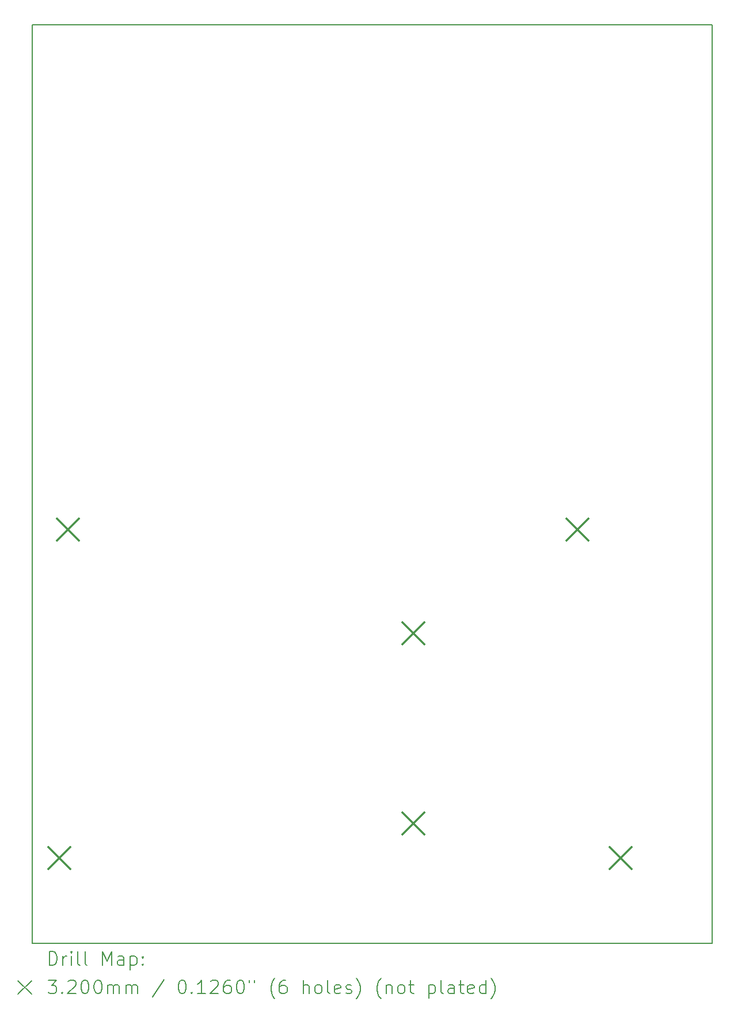
<source format=gbr>
%TF.GenerationSoftware,KiCad,Pcbnew,7.0.7*%
%TF.CreationDate,2024-01-13T15:05:10+01:00*%
%TF.ProjectId,rotor,726f746f-722e-46b6-9963-61645f706362,rev?*%
%TF.SameCoordinates,Original*%
%TF.FileFunction,Drillmap*%
%TF.FilePolarity,Positive*%
%FSLAX45Y45*%
G04 Gerber Fmt 4.5, Leading zero omitted, Abs format (unit mm)*
G04 Created by KiCad (PCBNEW 7.0.7) date 2024-01-13 15:05:10*
%MOMM*%
%LPD*%
G01*
G04 APERTURE LIST*
%ADD10C,0.150000*%
%ADD11C,0.200000*%
%ADD12C,0.320000*%
G04 APERTURE END LIST*
D10*
X11000000Y2500000D02*
X21000000Y2500000D01*
X21000000Y-11000000D01*
X11000000Y-11000000D01*
X11000000Y2500000D01*
D11*
D12*
X11237000Y-9586000D02*
X11557000Y-9906000D01*
X11557000Y-9586000D02*
X11237000Y-9906000D01*
X11364000Y-4760000D02*
X11684000Y-5080000D01*
X11684000Y-4760000D02*
X11364000Y-5080000D01*
X16444000Y-6284000D02*
X16764000Y-6604000D01*
X16764000Y-6284000D02*
X16444000Y-6604000D01*
X16444000Y-9078000D02*
X16764000Y-9398000D01*
X16764000Y-9078000D02*
X16444000Y-9398000D01*
X18857000Y-4760000D02*
X19177000Y-5080000D01*
X19177000Y-4760000D02*
X18857000Y-5080000D01*
X19492000Y-9586000D02*
X19812000Y-9906000D01*
X19812000Y-9586000D02*
X19492000Y-9906000D01*
D11*
X11253277Y-11318984D02*
X11253277Y-11118984D01*
X11253277Y-11118984D02*
X11300896Y-11118984D01*
X11300896Y-11118984D02*
X11329467Y-11128508D01*
X11329467Y-11128508D02*
X11348515Y-11147555D01*
X11348515Y-11147555D02*
X11358039Y-11166603D01*
X11358039Y-11166603D02*
X11367562Y-11204698D01*
X11367562Y-11204698D02*
X11367562Y-11233269D01*
X11367562Y-11233269D02*
X11358039Y-11271365D01*
X11358039Y-11271365D02*
X11348515Y-11290412D01*
X11348515Y-11290412D02*
X11329467Y-11309460D01*
X11329467Y-11309460D02*
X11300896Y-11318984D01*
X11300896Y-11318984D02*
X11253277Y-11318984D01*
X11453277Y-11318984D02*
X11453277Y-11185650D01*
X11453277Y-11223746D02*
X11462801Y-11204698D01*
X11462801Y-11204698D02*
X11472324Y-11195174D01*
X11472324Y-11195174D02*
X11491372Y-11185650D01*
X11491372Y-11185650D02*
X11510420Y-11185650D01*
X11577086Y-11318984D02*
X11577086Y-11185650D01*
X11577086Y-11118984D02*
X11567562Y-11128508D01*
X11567562Y-11128508D02*
X11577086Y-11138031D01*
X11577086Y-11138031D02*
X11586610Y-11128508D01*
X11586610Y-11128508D02*
X11577086Y-11118984D01*
X11577086Y-11118984D02*
X11577086Y-11138031D01*
X11700896Y-11318984D02*
X11681848Y-11309460D01*
X11681848Y-11309460D02*
X11672324Y-11290412D01*
X11672324Y-11290412D02*
X11672324Y-11118984D01*
X11805658Y-11318984D02*
X11786610Y-11309460D01*
X11786610Y-11309460D02*
X11777086Y-11290412D01*
X11777086Y-11290412D02*
X11777086Y-11118984D01*
X12034229Y-11318984D02*
X12034229Y-11118984D01*
X12034229Y-11118984D02*
X12100896Y-11261841D01*
X12100896Y-11261841D02*
X12167562Y-11118984D01*
X12167562Y-11118984D02*
X12167562Y-11318984D01*
X12348515Y-11318984D02*
X12348515Y-11214222D01*
X12348515Y-11214222D02*
X12338991Y-11195174D01*
X12338991Y-11195174D02*
X12319943Y-11185650D01*
X12319943Y-11185650D02*
X12281848Y-11185650D01*
X12281848Y-11185650D02*
X12262801Y-11195174D01*
X12348515Y-11309460D02*
X12329467Y-11318984D01*
X12329467Y-11318984D02*
X12281848Y-11318984D01*
X12281848Y-11318984D02*
X12262801Y-11309460D01*
X12262801Y-11309460D02*
X12253277Y-11290412D01*
X12253277Y-11290412D02*
X12253277Y-11271365D01*
X12253277Y-11271365D02*
X12262801Y-11252317D01*
X12262801Y-11252317D02*
X12281848Y-11242793D01*
X12281848Y-11242793D02*
X12329467Y-11242793D01*
X12329467Y-11242793D02*
X12348515Y-11233269D01*
X12443753Y-11185650D02*
X12443753Y-11385650D01*
X12443753Y-11195174D02*
X12462801Y-11185650D01*
X12462801Y-11185650D02*
X12500896Y-11185650D01*
X12500896Y-11185650D02*
X12519943Y-11195174D01*
X12519943Y-11195174D02*
X12529467Y-11204698D01*
X12529467Y-11204698D02*
X12538991Y-11223746D01*
X12538991Y-11223746D02*
X12538991Y-11280888D01*
X12538991Y-11280888D02*
X12529467Y-11299936D01*
X12529467Y-11299936D02*
X12519943Y-11309460D01*
X12519943Y-11309460D02*
X12500896Y-11318984D01*
X12500896Y-11318984D02*
X12462801Y-11318984D01*
X12462801Y-11318984D02*
X12443753Y-11309460D01*
X12624705Y-11299936D02*
X12634229Y-11309460D01*
X12634229Y-11309460D02*
X12624705Y-11318984D01*
X12624705Y-11318984D02*
X12615182Y-11309460D01*
X12615182Y-11309460D02*
X12624705Y-11299936D01*
X12624705Y-11299936D02*
X12624705Y-11318984D01*
X12624705Y-11195174D02*
X12634229Y-11204698D01*
X12634229Y-11204698D02*
X12624705Y-11214222D01*
X12624705Y-11214222D02*
X12615182Y-11204698D01*
X12615182Y-11204698D02*
X12624705Y-11195174D01*
X12624705Y-11195174D02*
X12624705Y-11214222D01*
X10792500Y-11547500D02*
X10992500Y-11747500D01*
X10992500Y-11547500D02*
X10792500Y-11747500D01*
X11234229Y-11538984D02*
X11358039Y-11538984D01*
X11358039Y-11538984D02*
X11291372Y-11615174D01*
X11291372Y-11615174D02*
X11319943Y-11615174D01*
X11319943Y-11615174D02*
X11338991Y-11624698D01*
X11338991Y-11624698D02*
X11348515Y-11634222D01*
X11348515Y-11634222D02*
X11358039Y-11653269D01*
X11358039Y-11653269D02*
X11358039Y-11700888D01*
X11358039Y-11700888D02*
X11348515Y-11719936D01*
X11348515Y-11719936D02*
X11338991Y-11729460D01*
X11338991Y-11729460D02*
X11319943Y-11738984D01*
X11319943Y-11738984D02*
X11262801Y-11738984D01*
X11262801Y-11738984D02*
X11243753Y-11729460D01*
X11243753Y-11729460D02*
X11234229Y-11719936D01*
X11443753Y-11719936D02*
X11453277Y-11729460D01*
X11453277Y-11729460D02*
X11443753Y-11738984D01*
X11443753Y-11738984D02*
X11434229Y-11729460D01*
X11434229Y-11729460D02*
X11443753Y-11719936D01*
X11443753Y-11719936D02*
X11443753Y-11738984D01*
X11529467Y-11558031D02*
X11538991Y-11548508D01*
X11538991Y-11548508D02*
X11558039Y-11538984D01*
X11558039Y-11538984D02*
X11605658Y-11538984D01*
X11605658Y-11538984D02*
X11624705Y-11548508D01*
X11624705Y-11548508D02*
X11634229Y-11558031D01*
X11634229Y-11558031D02*
X11643753Y-11577079D01*
X11643753Y-11577079D02*
X11643753Y-11596127D01*
X11643753Y-11596127D02*
X11634229Y-11624698D01*
X11634229Y-11624698D02*
X11519943Y-11738984D01*
X11519943Y-11738984D02*
X11643753Y-11738984D01*
X11767562Y-11538984D02*
X11786610Y-11538984D01*
X11786610Y-11538984D02*
X11805658Y-11548508D01*
X11805658Y-11548508D02*
X11815182Y-11558031D01*
X11815182Y-11558031D02*
X11824705Y-11577079D01*
X11824705Y-11577079D02*
X11834229Y-11615174D01*
X11834229Y-11615174D02*
X11834229Y-11662793D01*
X11834229Y-11662793D02*
X11824705Y-11700888D01*
X11824705Y-11700888D02*
X11815182Y-11719936D01*
X11815182Y-11719936D02*
X11805658Y-11729460D01*
X11805658Y-11729460D02*
X11786610Y-11738984D01*
X11786610Y-11738984D02*
X11767562Y-11738984D01*
X11767562Y-11738984D02*
X11748515Y-11729460D01*
X11748515Y-11729460D02*
X11738991Y-11719936D01*
X11738991Y-11719936D02*
X11729467Y-11700888D01*
X11729467Y-11700888D02*
X11719943Y-11662793D01*
X11719943Y-11662793D02*
X11719943Y-11615174D01*
X11719943Y-11615174D02*
X11729467Y-11577079D01*
X11729467Y-11577079D02*
X11738991Y-11558031D01*
X11738991Y-11558031D02*
X11748515Y-11548508D01*
X11748515Y-11548508D02*
X11767562Y-11538984D01*
X11958039Y-11538984D02*
X11977086Y-11538984D01*
X11977086Y-11538984D02*
X11996134Y-11548508D01*
X11996134Y-11548508D02*
X12005658Y-11558031D01*
X12005658Y-11558031D02*
X12015182Y-11577079D01*
X12015182Y-11577079D02*
X12024705Y-11615174D01*
X12024705Y-11615174D02*
X12024705Y-11662793D01*
X12024705Y-11662793D02*
X12015182Y-11700888D01*
X12015182Y-11700888D02*
X12005658Y-11719936D01*
X12005658Y-11719936D02*
X11996134Y-11729460D01*
X11996134Y-11729460D02*
X11977086Y-11738984D01*
X11977086Y-11738984D02*
X11958039Y-11738984D01*
X11958039Y-11738984D02*
X11938991Y-11729460D01*
X11938991Y-11729460D02*
X11929467Y-11719936D01*
X11929467Y-11719936D02*
X11919943Y-11700888D01*
X11919943Y-11700888D02*
X11910420Y-11662793D01*
X11910420Y-11662793D02*
X11910420Y-11615174D01*
X11910420Y-11615174D02*
X11919943Y-11577079D01*
X11919943Y-11577079D02*
X11929467Y-11558031D01*
X11929467Y-11558031D02*
X11938991Y-11548508D01*
X11938991Y-11548508D02*
X11958039Y-11538984D01*
X12110420Y-11738984D02*
X12110420Y-11605650D01*
X12110420Y-11624698D02*
X12119943Y-11615174D01*
X12119943Y-11615174D02*
X12138991Y-11605650D01*
X12138991Y-11605650D02*
X12167563Y-11605650D01*
X12167563Y-11605650D02*
X12186610Y-11615174D01*
X12186610Y-11615174D02*
X12196134Y-11634222D01*
X12196134Y-11634222D02*
X12196134Y-11738984D01*
X12196134Y-11634222D02*
X12205658Y-11615174D01*
X12205658Y-11615174D02*
X12224705Y-11605650D01*
X12224705Y-11605650D02*
X12253277Y-11605650D01*
X12253277Y-11605650D02*
X12272324Y-11615174D01*
X12272324Y-11615174D02*
X12281848Y-11634222D01*
X12281848Y-11634222D02*
X12281848Y-11738984D01*
X12377086Y-11738984D02*
X12377086Y-11605650D01*
X12377086Y-11624698D02*
X12386610Y-11615174D01*
X12386610Y-11615174D02*
X12405658Y-11605650D01*
X12405658Y-11605650D02*
X12434229Y-11605650D01*
X12434229Y-11605650D02*
X12453277Y-11615174D01*
X12453277Y-11615174D02*
X12462801Y-11634222D01*
X12462801Y-11634222D02*
X12462801Y-11738984D01*
X12462801Y-11634222D02*
X12472324Y-11615174D01*
X12472324Y-11615174D02*
X12491372Y-11605650D01*
X12491372Y-11605650D02*
X12519943Y-11605650D01*
X12519943Y-11605650D02*
X12538991Y-11615174D01*
X12538991Y-11615174D02*
X12548515Y-11634222D01*
X12548515Y-11634222D02*
X12548515Y-11738984D01*
X12938991Y-11529460D02*
X12767563Y-11786603D01*
X13196134Y-11538984D02*
X13215182Y-11538984D01*
X13215182Y-11538984D02*
X13234229Y-11548508D01*
X13234229Y-11548508D02*
X13243753Y-11558031D01*
X13243753Y-11558031D02*
X13253277Y-11577079D01*
X13253277Y-11577079D02*
X13262801Y-11615174D01*
X13262801Y-11615174D02*
X13262801Y-11662793D01*
X13262801Y-11662793D02*
X13253277Y-11700888D01*
X13253277Y-11700888D02*
X13243753Y-11719936D01*
X13243753Y-11719936D02*
X13234229Y-11729460D01*
X13234229Y-11729460D02*
X13215182Y-11738984D01*
X13215182Y-11738984D02*
X13196134Y-11738984D01*
X13196134Y-11738984D02*
X13177086Y-11729460D01*
X13177086Y-11729460D02*
X13167563Y-11719936D01*
X13167563Y-11719936D02*
X13158039Y-11700888D01*
X13158039Y-11700888D02*
X13148515Y-11662793D01*
X13148515Y-11662793D02*
X13148515Y-11615174D01*
X13148515Y-11615174D02*
X13158039Y-11577079D01*
X13158039Y-11577079D02*
X13167563Y-11558031D01*
X13167563Y-11558031D02*
X13177086Y-11548508D01*
X13177086Y-11548508D02*
X13196134Y-11538984D01*
X13348515Y-11719936D02*
X13358039Y-11729460D01*
X13358039Y-11729460D02*
X13348515Y-11738984D01*
X13348515Y-11738984D02*
X13338991Y-11729460D01*
X13338991Y-11729460D02*
X13348515Y-11719936D01*
X13348515Y-11719936D02*
X13348515Y-11738984D01*
X13548515Y-11738984D02*
X13434229Y-11738984D01*
X13491372Y-11738984D02*
X13491372Y-11538984D01*
X13491372Y-11538984D02*
X13472325Y-11567555D01*
X13472325Y-11567555D02*
X13453277Y-11586603D01*
X13453277Y-11586603D02*
X13434229Y-11596127D01*
X13624706Y-11558031D02*
X13634229Y-11548508D01*
X13634229Y-11548508D02*
X13653277Y-11538984D01*
X13653277Y-11538984D02*
X13700896Y-11538984D01*
X13700896Y-11538984D02*
X13719944Y-11548508D01*
X13719944Y-11548508D02*
X13729467Y-11558031D01*
X13729467Y-11558031D02*
X13738991Y-11577079D01*
X13738991Y-11577079D02*
X13738991Y-11596127D01*
X13738991Y-11596127D02*
X13729467Y-11624698D01*
X13729467Y-11624698D02*
X13615182Y-11738984D01*
X13615182Y-11738984D02*
X13738991Y-11738984D01*
X13910420Y-11538984D02*
X13872325Y-11538984D01*
X13872325Y-11538984D02*
X13853277Y-11548508D01*
X13853277Y-11548508D02*
X13843753Y-11558031D01*
X13843753Y-11558031D02*
X13824706Y-11586603D01*
X13824706Y-11586603D02*
X13815182Y-11624698D01*
X13815182Y-11624698D02*
X13815182Y-11700888D01*
X13815182Y-11700888D02*
X13824706Y-11719936D01*
X13824706Y-11719936D02*
X13834229Y-11729460D01*
X13834229Y-11729460D02*
X13853277Y-11738984D01*
X13853277Y-11738984D02*
X13891372Y-11738984D01*
X13891372Y-11738984D02*
X13910420Y-11729460D01*
X13910420Y-11729460D02*
X13919944Y-11719936D01*
X13919944Y-11719936D02*
X13929467Y-11700888D01*
X13929467Y-11700888D02*
X13929467Y-11653269D01*
X13929467Y-11653269D02*
X13919944Y-11634222D01*
X13919944Y-11634222D02*
X13910420Y-11624698D01*
X13910420Y-11624698D02*
X13891372Y-11615174D01*
X13891372Y-11615174D02*
X13853277Y-11615174D01*
X13853277Y-11615174D02*
X13834229Y-11624698D01*
X13834229Y-11624698D02*
X13824706Y-11634222D01*
X13824706Y-11634222D02*
X13815182Y-11653269D01*
X14053277Y-11538984D02*
X14072325Y-11538984D01*
X14072325Y-11538984D02*
X14091372Y-11548508D01*
X14091372Y-11548508D02*
X14100896Y-11558031D01*
X14100896Y-11558031D02*
X14110420Y-11577079D01*
X14110420Y-11577079D02*
X14119944Y-11615174D01*
X14119944Y-11615174D02*
X14119944Y-11662793D01*
X14119944Y-11662793D02*
X14110420Y-11700888D01*
X14110420Y-11700888D02*
X14100896Y-11719936D01*
X14100896Y-11719936D02*
X14091372Y-11729460D01*
X14091372Y-11729460D02*
X14072325Y-11738984D01*
X14072325Y-11738984D02*
X14053277Y-11738984D01*
X14053277Y-11738984D02*
X14034229Y-11729460D01*
X14034229Y-11729460D02*
X14024706Y-11719936D01*
X14024706Y-11719936D02*
X14015182Y-11700888D01*
X14015182Y-11700888D02*
X14005658Y-11662793D01*
X14005658Y-11662793D02*
X14005658Y-11615174D01*
X14005658Y-11615174D02*
X14015182Y-11577079D01*
X14015182Y-11577079D02*
X14024706Y-11558031D01*
X14024706Y-11558031D02*
X14034229Y-11548508D01*
X14034229Y-11548508D02*
X14053277Y-11538984D01*
X14196134Y-11538984D02*
X14196134Y-11577079D01*
X14272325Y-11538984D02*
X14272325Y-11577079D01*
X14567563Y-11815174D02*
X14558039Y-11805650D01*
X14558039Y-11805650D02*
X14538991Y-11777079D01*
X14538991Y-11777079D02*
X14529468Y-11758031D01*
X14529468Y-11758031D02*
X14519944Y-11729460D01*
X14519944Y-11729460D02*
X14510420Y-11681841D01*
X14510420Y-11681841D02*
X14510420Y-11643746D01*
X14510420Y-11643746D02*
X14519944Y-11596127D01*
X14519944Y-11596127D02*
X14529468Y-11567555D01*
X14529468Y-11567555D02*
X14538991Y-11548508D01*
X14538991Y-11548508D02*
X14558039Y-11519936D01*
X14558039Y-11519936D02*
X14567563Y-11510412D01*
X14729468Y-11538984D02*
X14691372Y-11538984D01*
X14691372Y-11538984D02*
X14672325Y-11548508D01*
X14672325Y-11548508D02*
X14662801Y-11558031D01*
X14662801Y-11558031D02*
X14643753Y-11586603D01*
X14643753Y-11586603D02*
X14634229Y-11624698D01*
X14634229Y-11624698D02*
X14634229Y-11700888D01*
X14634229Y-11700888D02*
X14643753Y-11719936D01*
X14643753Y-11719936D02*
X14653277Y-11729460D01*
X14653277Y-11729460D02*
X14672325Y-11738984D01*
X14672325Y-11738984D02*
X14710420Y-11738984D01*
X14710420Y-11738984D02*
X14729468Y-11729460D01*
X14729468Y-11729460D02*
X14738991Y-11719936D01*
X14738991Y-11719936D02*
X14748515Y-11700888D01*
X14748515Y-11700888D02*
X14748515Y-11653269D01*
X14748515Y-11653269D02*
X14738991Y-11634222D01*
X14738991Y-11634222D02*
X14729468Y-11624698D01*
X14729468Y-11624698D02*
X14710420Y-11615174D01*
X14710420Y-11615174D02*
X14672325Y-11615174D01*
X14672325Y-11615174D02*
X14653277Y-11624698D01*
X14653277Y-11624698D02*
X14643753Y-11634222D01*
X14643753Y-11634222D02*
X14634229Y-11653269D01*
X14986610Y-11738984D02*
X14986610Y-11538984D01*
X15072325Y-11738984D02*
X15072325Y-11634222D01*
X15072325Y-11634222D02*
X15062801Y-11615174D01*
X15062801Y-11615174D02*
X15043753Y-11605650D01*
X15043753Y-11605650D02*
X15015182Y-11605650D01*
X15015182Y-11605650D02*
X14996134Y-11615174D01*
X14996134Y-11615174D02*
X14986610Y-11624698D01*
X15196134Y-11738984D02*
X15177087Y-11729460D01*
X15177087Y-11729460D02*
X15167563Y-11719936D01*
X15167563Y-11719936D02*
X15158039Y-11700888D01*
X15158039Y-11700888D02*
X15158039Y-11643746D01*
X15158039Y-11643746D02*
X15167563Y-11624698D01*
X15167563Y-11624698D02*
X15177087Y-11615174D01*
X15177087Y-11615174D02*
X15196134Y-11605650D01*
X15196134Y-11605650D02*
X15224706Y-11605650D01*
X15224706Y-11605650D02*
X15243753Y-11615174D01*
X15243753Y-11615174D02*
X15253277Y-11624698D01*
X15253277Y-11624698D02*
X15262801Y-11643746D01*
X15262801Y-11643746D02*
X15262801Y-11700888D01*
X15262801Y-11700888D02*
X15253277Y-11719936D01*
X15253277Y-11719936D02*
X15243753Y-11729460D01*
X15243753Y-11729460D02*
X15224706Y-11738984D01*
X15224706Y-11738984D02*
X15196134Y-11738984D01*
X15377087Y-11738984D02*
X15358039Y-11729460D01*
X15358039Y-11729460D02*
X15348515Y-11710412D01*
X15348515Y-11710412D02*
X15348515Y-11538984D01*
X15529468Y-11729460D02*
X15510420Y-11738984D01*
X15510420Y-11738984D02*
X15472325Y-11738984D01*
X15472325Y-11738984D02*
X15453277Y-11729460D01*
X15453277Y-11729460D02*
X15443753Y-11710412D01*
X15443753Y-11710412D02*
X15443753Y-11634222D01*
X15443753Y-11634222D02*
X15453277Y-11615174D01*
X15453277Y-11615174D02*
X15472325Y-11605650D01*
X15472325Y-11605650D02*
X15510420Y-11605650D01*
X15510420Y-11605650D02*
X15529468Y-11615174D01*
X15529468Y-11615174D02*
X15538991Y-11634222D01*
X15538991Y-11634222D02*
X15538991Y-11653269D01*
X15538991Y-11653269D02*
X15443753Y-11672317D01*
X15615182Y-11729460D02*
X15634230Y-11738984D01*
X15634230Y-11738984D02*
X15672325Y-11738984D01*
X15672325Y-11738984D02*
X15691372Y-11729460D01*
X15691372Y-11729460D02*
X15700896Y-11710412D01*
X15700896Y-11710412D02*
X15700896Y-11700888D01*
X15700896Y-11700888D02*
X15691372Y-11681841D01*
X15691372Y-11681841D02*
X15672325Y-11672317D01*
X15672325Y-11672317D02*
X15643753Y-11672317D01*
X15643753Y-11672317D02*
X15624706Y-11662793D01*
X15624706Y-11662793D02*
X15615182Y-11643746D01*
X15615182Y-11643746D02*
X15615182Y-11634222D01*
X15615182Y-11634222D02*
X15624706Y-11615174D01*
X15624706Y-11615174D02*
X15643753Y-11605650D01*
X15643753Y-11605650D02*
X15672325Y-11605650D01*
X15672325Y-11605650D02*
X15691372Y-11615174D01*
X15767563Y-11815174D02*
X15777087Y-11805650D01*
X15777087Y-11805650D02*
X15796134Y-11777079D01*
X15796134Y-11777079D02*
X15805658Y-11758031D01*
X15805658Y-11758031D02*
X15815182Y-11729460D01*
X15815182Y-11729460D02*
X15824706Y-11681841D01*
X15824706Y-11681841D02*
X15824706Y-11643746D01*
X15824706Y-11643746D02*
X15815182Y-11596127D01*
X15815182Y-11596127D02*
X15805658Y-11567555D01*
X15805658Y-11567555D02*
X15796134Y-11548508D01*
X15796134Y-11548508D02*
X15777087Y-11519936D01*
X15777087Y-11519936D02*
X15767563Y-11510412D01*
X16129468Y-11815174D02*
X16119944Y-11805650D01*
X16119944Y-11805650D02*
X16100896Y-11777079D01*
X16100896Y-11777079D02*
X16091372Y-11758031D01*
X16091372Y-11758031D02*
X16081849Y-11729460D01*
X16081849Y-11729460D02*
X16072325Y-11681841D01*
X16072325Y-11681841D02*
X16072325Y-11643746D01*
X16072325Y-11643746D02*
X16081849Y-11596127D01*
X16081849Y-11596127D02*
X16091372Y-11567555D01*
X16091372Y-11567555D02*
X16100896Y-11548508D01*
X16100896Y-11548508D02*
X16119944Y-11519936D01*
X16119944Y-11519936D02*
X16129468Y-11510412D01*
X16205658Y-11605650D02*
X16205658Y-11738984D01*
X16205658Y-11624698D02*
X16215182Y-11615174D01*
X16215182Y-11615174D02*
X16234230Y-11605650D01*
X16234230Y-11605650D02*
X16262801Y-11605650D01*
X16262801Y-11605650D02*
X16281849Y-11615174D01*
X16281849Y-11615174D02*
X16291372Y-11634222D01*
X16291372Y-11634222D02*
X16291372Y-11738984D01*
X16415182Y-11738984D02*
X16396134Y-11729460D01*
X16396134Y-11729460D02*
X16386611Y-11719936D01*
X16386611Y-11719936D02*
X16377087Y-11700888D01*
X16377087Y-11700888D02*
X16377087Y-11643746D01*
X16377087Y-11643746D02*
X16386611Y-11624698D01*
X16386611Y-11624698D02*
X16396134Y-11615174D01*
X16396134Y-11615174D02*
X16415182Y-11605650D01*
X16415182Y-11605650D02*
X16443753Y-11605650D01*
X16443753Y-11605650D02*
X16462801Y-11615174D01*
X16462801Y-11615174D02*
X16472325Y-11624698D01*
X16472325Y-11624698D02*
X16481849Y-11643746D01*
X16481849Y-11643746D02*
X16481849Y-11700888D01*
X16481849Y-11700888D02*
X16472325Y-11719936D01*
X16472325Y-11719936D02*
X16462801Y-11729460D01*
X16462801Y-11729460D02*
X16443753Y-11738984D01*
X16443753Y-11738984D02*
X16415182Y-11738984D01*
X16538992Y-11605650D02*
X16615182Y-11605650D01*
X16567563Y-11538984D02*
X16567563Y-11710412D01*
X16567563Y-11710412D02*
X16577087Y-11729460D01*
X16577087Y-11729460D02*
X16596134Y-11738984D01*
X16596134Y-11738984D02*
X16615182Y-11738984D01*
X16834230Y-11605650D02*
X16834230Y-11805650D01*
X16834230Y-11615174D02*
X16853277Y-11605650D01*
X16853277Y-11605650D02*
X16891373Y-11605650D01*
X16891373Y-11605650D02*
X16910420Y-11615174D01*
X16910420Y-11615174D02*
X16919944Y-11624698D01*
X16919944Y-11624698D02*
X16929468Y-11643746D01*
X16929468Y-11643746D02*
X16929468Y-11700888D01*
X16929468Y-11700888D02*
X16919944Y-11719936D01*
X16919944Y-11719936D02*
X16910420Y-11729460D01*
X16910420Y-11729460D02*
X16891373Y-11738984D01*
X16891373Y-11738984D02*
X16853277Y-11738984D01*
X16853277Y-11738984D02*
X16834230Y-11729460D01*
X17043754Y-11738984D02*
X17024706Y-11729460D01*
X17024706Y-11729460D02*
X17015182Y-11710412D01*
X17015182Y-11710412D02*
X17015182Y-11538984D01*
X17205658Y-11738984D02*
X17205658Y-11634222D01*
X17205658Y-11634222D02*
X17196135Y-11615174D01*
X17196135Y-11615174D02*
X17177087Y-11605650D01*
X17177087Y-11605650D02*
X17138992Y-11605650D01*
X17138992Y-11605650D02*
X17119944Y-11615174D01*
X17205658Y-11729460D02*
X17186611Y-11738984D01*
X17186611Y-11738984D02*
X17138992Y-11738984D01*
X17138992Y-11738984D02*
X17119944Y-11729460D01*
X17119944Y-11729460D02*
X17110420Y-11710412D01*
X17110420Y-11710412D02*
X17110420Y-11691365D01*
X17110420Y-11691365D02*
X17119944Y-11672317D01*
X17119944Y-11672317D02*
X17138992Y-11662793D01*
X17138992Y-11662793D02*
X17186611Y-11662793D01*
X17186611Y-11662793D02*
X17205658Y-11653269D01*
X17272325Y-11605650D02*
X17348515Y-11605650D01*
X17300896Y-11538984D02*
X17300896Y-11710412D01*
X17300896Y-11710412D02*
X17310420Y-11729460D01*
X17310420Y-11729460D02*
X17329468Y-11738984D01*
X17329468Y-11738984D02*
X17348515Y-11738984D01*
X17491373Y-11729460D02*
X17472325Y-11738984D01*
X17472325Y-11738984D02*
X17434230Y-11738984D01*
X17434230Y-11738984D02*
X17415182Y-11729460D01*
X17415182Y-11729460D02*
X17405658Y-11710412D01*
X17405658Y-11710412D02*
X17405658Y-11634222D01*
X17405658Y-11634222D02*
X17415182Y-11615174D01*
X17415182Y-11615174D02*
X17434230Y-11605650D01*
X17434230Y-11605650D02*
X17472325Y-11605650D01*
X17472325Y-11605650D02*
X17491373Y-11615174D01*
X17491373Y-11615174D02*
X17500896Y-11634222D01*
X17500896Y-11634222D02*
X17500896Y-11653269D01*
X17500896Y-11653269D02*
X17405658Y-11672317D01*
X17672325Y-11738984D02*
X17672325Y-11538984D01*
X17672325Y-11729460D02*
X17653277Y-11738984D01*
X17653277Y-11738984D02*
X17615182Y-11738984D01*
X17615182Y-11738984D02*
X17596135Y-11729460D01*
X17596135Y-11729460D02*
X17586611Y-11719936D01*
X17586611Y-11719936D02*
X17577087Y-11700888D01*
X17577087Y-11700888D02*
X17577087Y-11643746D01*
X17577087Y-11643746D02*
X17586611Y-11624698D01*
X17586611Y-11624698D02*
X17596135Y-11615174D01*
X17596135Y-11615174D02*
X17615182Y-11605650D01*
X17615182Y-11605650D02*
X17653277Y-11605650D01*
X17653277Y-11605650D02*
X17672325Y-11615174D01*
X17748516Y-11815174D02*
X17758039Y-11805650D01*
X17758039Y-11805650D02*
X17777087Y-11777079D01*
X17777087Y-11777079D02*
X17786611Y-11758031D01*
X17786611Y-11758031D02*
X17796135Y-11729460D01*
X17796135Y-11729460D02*
X17805658Y-11681841D01*
X17805658Y-11681841D02*
X17805658Y-11643746D01*
X17805658Y-11643746D02*
X17796135Y-11596127D01*
X17796135Y-11596127D02*
X17786611Y-11567555D01*
X17786611Y-11567555D02*
X17777087Y-11548508D01*
X17777087Y-11548508D02*
X17758039Y-11519936D01*
X17758039Y-11519936D02*
X17748516Y-11510412D01*
M02*

</source>
